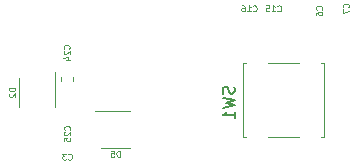
<source format=gbr>
G04 #@! TF.GenerationSoftware,KiCad,Pcbnew,(5.1.5)-3*
G04 #@! TF.CreationDate,2020-07-02T22:05:55+02:00*
G04 #@! TF.ProjectId,Theo3,5468656f-332e-46b6-9963-61645f706362,rev?*
G04 #@! TF.SameCoordinates,Original*
G04 #@! TF.FileFunction,Legend,Bot*
G04 #@! TF.FilePolarity,Positive*
%FSLAX46Y46*%
G04 Gerber Fmt 4.6, Leading zero omitted, Abs format (unit mm)*
G04 Created by KiCad (PCBNEW (5.1.5)-3) date 2020-07-02 22:05:55*
%MOMM*%
%LPD*%
G04 APERTURE LIST*
%ADD10C,0.120000*%
%ADD11C,0.076200*%
%ADD12C,0.150000*%
G04 APERTURE END LIST*
D10*
X45083000Y-72049421D02*
X45083000Y-72374979D01*
X46103000Y-72049421D02*
X46103000Y-72374979D01*
X41477600Y-72129800D02*
X41477600Y-74529800D01*
X44577600Y-74529800D02*
X44577600Y-71579800D01*
X50857000Y-74904000D02*
X47907000Y-74904000D01*
X48457000Y-78004000D02*
X50857000Y-78004000D01*
X67081000Y-77114800D02*
X67331000Y-77114800D01*
X67331000Y-77114800D02*
X67331000Y-70814800D01*
X67331000Y-70814800D02*
X67081000Y-70814800D01*
X62581000Y-77114800D02*
X65181000Y-77114800D01*
X60681000Y-70814800D02*
X60431000Y-70814800D01*
X60431000Y-70814800D02*
X60431000Y-77114800D01*
X60431000Y-77114800D02*
X60681000Y-77114800D01*
X65181000Y-70814800D02*
X62581000Y-70814800D01*
D11*
X45652266Y-78972228D02*
X45676457Y-78996419D01*
X45749028Y-79020609D01*
X45797409Y-79020609D01*
X45869980Y-78996419D01*
X45918361Y-78948038D01*
X45942552Y-78899657D01*
X45966742Y-78802895D01*
X45966742Y-78730323D01*
X45942552Y-78633561D01*
X45918361Y-78585180D01*
X45869980Y-78536800D01*
X45797409Y-78512609D01*
X45749028Y-78512609D01*
X45676457Y-78536800D01*
X45652266Y-78560990D01*
X45482933Y-78512609D02*
X45168457Y-78512609D01*
X45337790Y-78706133D01*
X45265219Y-78706133D01*
X45216838Y-78730323D01*
X45192647Y-78754514D01*
X45168457Y-78802895D01*
X45168457Y-78923847D01*
X45192647Y-78972228D01*
X45216838Y-78996419D01*
X45265219Y-79020609D01*
X45410361Y-79020609D01*
X45458742Y-78996419D01*
X45482933Y-78972228D01*
X67110428Y-66310933D02*
X67134619Y-66286742D01*
X67158809Y-66214171D01*
X67158809Y-66165790D01*
X67134619Y-66093219D01*
X67086238Y-66044838D01*
X67037857Y-66020647D01*
X66941095Y-65996457D01*
X66868523Y-65996457D01*
X66771761Y-66020647D01*
X66723380Y-66044838D01*
X66675000Y-66093219D01*
X66650809Y-66165790D01*
X66650809Y-66214171D01*
X66675000Y-66286742D01*
X66699190Y-66310933D01*
X66650809Y-66746361D02*
X66650809Y-66649600D01*
X66675000Y-66601219D01*
X66699190Y-66577028D01*
X66771761Y-66528647D01*
X66868523Y-66504457D01*
X67062047Y-66504457D01*
X67110428Y-66528647D01*
X67134619Y-66552838D01*
X67158809Y-66601219D01*
X67158809Y-66697980D01*
X67134619Y-66746361D01*
X67110428Y-66770552D01*
X67062047Y-66794742D01*
X66941095Y-66794742D01*
X66892714Y-66770552D01*
X66868523Y-66746361D01*
X66844333Y-66697980D01*
X66844333Y-66601219D01*
X66868523Y-66552838D01*
X66892714Y-66528647D01*
X66941095Y-66504457D01*
X69371028Y-66133133D02*
X69395219Y-66108942D01*
X69419409Y-66036371D01*
X69419409Y-65987990D01*
X69395219Y-65915419D01*
X69346838Y-65867038D01*
X69298457Y-65842847D01*
X69201695Y-65818657D01*
X69129123Y-65818657D01*
X69032361Y-65842847D01*
X68983980Y-65867038D01*
X68935600Y-65915419D01*
X68911409Y-65987990D01*
X68911409Y-66036371D01*
X68935600Y-66108942D01*
X68959790Y-66133133D01*
X68911409Y-66302466D02*
X68911409Y-66641133D01*
X69419409Y-66423419D01*
X63369371Y-66424628D02*
X63393561Y-66448819D01*
X63466133Y-66473009D01*
X63514514Y-66473009D01*
X63587085Y-66448819D01*
X63635466Y-66400438D01*
X63659657Y-66352057D01*
X63683847Y-66255295D01*
X63683847Y-66182723D01*
X63659657Y-66085961D01*
X63635466Y-66037580D01*
X63587085Y-65989200D01*
X63514514Y-65965009D01*
X63466133Y-65965009D01*
X63393561Y-65989200D01*
X63369371Y-66013390D01*
X62885561Y-66473009D02*
X63175847Y-66473009D01*
X63030704Y-66473009D02*
X63030704Y-65965009D01*
X63079085Y-66037580D01*
X63127466Y-66085961D01*
X63175847Y-66110152D01*
X62425942Y-65965009D02*
X62667847Y-65965009D01*
X62692038Y-66206914D01*
X62667847Y-66182723D01*
X62619466Y-66158533D01*
X62498514Y-66158533D01*
X62450133Y-66182723D01*
X62425942Y-66206914D01*
X62401752Y-66255295D01*
X62401752Y-66376247D01*
X62425942Y-66424628D01*
X62450133Y-66448819D01*
X62498514Y-66473009D01*
X62619466Y-66473009D01*
X62667847Y-66448819D01*
X62692038Y-66424628D01*
X61286571Y-66424628D02*
X61310761Y-66448819D01*
X61383333Y-66473009D01*
X61431714Y-66473009D01*
X61504285Y-66448819D01*
X61552666Y-66400438D01*
X61576857Y-66352057D01*
X61601047Y-66255295D01*
X61601047Y-66182723D01*
X61576857Y-66085961D01*
X61552666Y-66037580D01*
X61504285Y-65989200D01*
X61431714Y-65965009D01*
X61383333Y-65965009D01*
X61310761Y-65989200D01*
X61286571Y-66013390D01*
X60802761Y-66473009D02*
X61093047Y-66473009D01*
X60947904Y-66473009D02*
X60947904Y-65965009D01*
X60996285Y-66037580D01*
X61044666Y-66085961D01*
X61093047Y-66110152D01*
X60367333Y-65965009D02*
X60464095Y-65965009D01*
X60512476Y-65989200D01*
X60536666Y-66013390D01*
X60585047Y-66085961D01*
X60609238Y-66182723D01*
X60609238Y-66376247D01*
X60585047Y-66424628D01*
X60560857Y-66448819D01*
X60512476Y-66473009D01*
X60415714Y-66473009D01*
X60367333Y-66448819D01*
X60343142Y-66424628D01*
X60318952Y-66376247D01*
X60318952Y-66255295D01*
X60343142Y-66206914D01*
X60367333Y-66182723D01*
X60415714Y-66158533D01*
X60512476Y-66158533D01*
X60560857Y-66182723D01*
X60585047Y-66206914D01*
X60609238Y-66255295D01*
X45723628Y-69625028D02*
X45747819Y-69600838D01*
X45772009Y-69528266D01*
X45772009Y-69479885D01*
X45747819Y-69407314D01*
X45699438Y-69358933D01*
X45651057Y-69334742D01*
X45554295Y-69310552D01*
X45481723Y-69310552D01*
X45384961Y-69334742D01*
X45336580Y-69358933D01*
X45288200Y-69407314D01*
X45264009Y-69479885D01*
X45264009Y-69528266D01*
X45288200Y-69600838D01*
X45312390Y-69625028D01*
X45312390Y-69818552D02*
X45288200Y-69842742D01*
X45264009Y-69891123D01*
X45264009Y-70012076D01*
X45288200Y-70060457D01*
X45312390Y-70084647D01*
X45360771Y-70108838D01*
X45409152Y-70108838D01*
X45481723Y-70084647D01*
X45772009Y-69794361D01*
X45772009Y-70108838D01*
X45433342Y-70544266D02*
X45772009Y-70544266D01*
X45239819Y-70423314D02*
X45602676Y-70302361D01*
X45602676Y-70616838D01*
X45774428Y-76483028D02*
X45798619Y-76458838D01*
X45822809Y-76386266D01*
X45822809Y-76337885D01*
X45798619Y-76265314D01*
X45750238Y-76216933D01*
X45701857Y-76192742D01*
X45605095Y-76168552D01*
X45532523Y-76168552D01*
X45435761Y-76192742D01*
X45387380Y-76216933D01*
X45339000Y-76265314D01*
X45314809Y-76337885D01*
X45314809Y-76386266D01*
X45339000Y-76458838D01*
X45363190Y-76483028D01*
X45363190Y-76676552D02*
X45339000Y-76700742D01*
X45314809Y-76749123D01*
X45314809Y-76870076D01*
X45339000Y-76918457D01*
X45363190Y-76942647D01*
X45411571Y-76966838D01*
X45459952Y-76966838D01*
X45532523Y-76942647D01*
X45822809Y-76652361D01*
X45822809Y-76966838D01*
X45314809Y-77426457D02*
X45314809Y-77184552D01*
X45556714Y-77160361D01*
X45532523Y-77184552D01*
X45508333Y-77232933D01*
X45508333Y-77353885D01*
X45532523Y-77402266D01*
X45556714Y-77426457D01*
X45605095Y-77450647D01*
X45726047Y-77450647D01*
X45774428Y-77426457D01*
X45798619Y-77402266D01*
X45822809Y-77353885D01*
X45822809Y-77232933D01*
X45798619Y-77184552D01*
X45774428Y-77160361D01*
X41149209Y-72929447D02*
X40641209Y-72929447D01*
X40641209Y-73050400D01*
X40665400Y-73122971D01*
X40713780Y-73171352D01*
X40762161Y-73195542D01*
X40858923Y-73219733D01*
X40931495Y-73219733D01*
X41028257Y-73195542D01*
X41076638Y-73171352D01*
X41125019Y-73122971D01*
X41149209Y-73050400D01*
X41149209Y-72929447D01*
X40689590Y-73413257D02*
X40665400Y-73437447D01*
X40641209Y-73485828D01*
X40641209Y-73606780D01*
X40665400Y-73655161D01*
X40689590Y-73679352D01*
X40737971Y-73703542D01*
X40786352Y-73703542D01*
X40858923Y-73679352D01*
X41149209Y-73389066D01*
X41149209Y-73703542D01*
X50031952Y-78792009D02*
X50031952Y-78284009D01*
X49911000Y-78284009D01*
X49838428Y-78308200D01*
X49790047Y-78356580D01*
X49765857Y-78404961D01*
X49741666Y-78501723D01*
X49741666Y-78574295D01*
X49765857Y-78671057D01*
X49790047Y-78719438D01*
X49838428Y-78767819D01*
X49911000Y-78792009D01*
X50031952Y-78792009D01*
X49282047Y-78284009D02*
X49523952Y-78284009D01*
X49548142Y-78525914D01*
X49523952Y-78501723D01*
X49475571Y-78477533D01*
X49354619Y-78477533D01*
X49306238Y-78501723D01*
X49282047Y-78525914D01*
X49257857Y-78574295D01*
X49257857Y-78695247D01*
X49282047Y-78743628D01*
X49306238Y-78767819D01*
X49354619Y-78792009D01*
X49475571Y-78792009D01*
X49523952Y-78767819D01*
X49548142Y-78743628D01*
D12*
X59688361Y-72860066D02*
X59735980Y-73002923D01*
X59735980Y-73241019D01*
X59688361Y-73336257D01*
X59640742Y-73383876D01*
X59545504Y-73431495D01*
X59450266Y-73431495D01*
X59355028Y-73383876D01*
X59307409Y-73336257D01*
X59259790Y-73241019D01*
X59212171Y-73050542D01*
X59164552Y-72955304D01*
X59116933Y-72907685D01*
X59021695Y-72860066D01*
X58926457Y-72860066D01*
X58831219Y-72907685D01*
X58783600Y-72955304D01*
X58735980Y-73050542D01*
X58735980Y-73288638D01*
X58783600Y-73431495D01*
X58735980Y-73764828D02*
X59735980Y-74002923D01*
X59021695Y-74193400D01*
X59735980Y-74383876D01*
X58735980Y-74621971D01*
X59735980Y-75526733D02*
X59735980Y-74955304D01*
X59735980Y-75241019D02*
X58735980Y-75241019D01*
X58878838Y-75145780D01*
X58974076Y-75050542D01*
X59021695Y-74955304D01*
M02*

</source>
